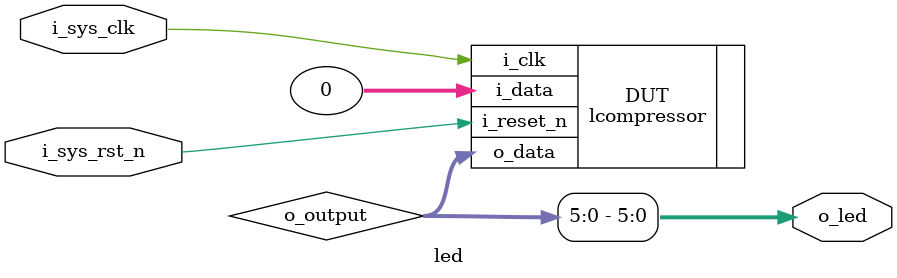
<source format=v>
module led (
    input   wire            i_sys_clk,          // clk input
    input   wire            i_sys_rst_n,        // reset input
    output  wire     [5:0]   o_led    // 6 LEDS pin
);

// module lcompressor(
//     input   wire    [0:0]   i_clk,
//     input   wire    [0:0]   i_reset_n,
//     input   wire    [7:0]   i_data,
//     output  reg     [7:0]   o_data
// );
wire [7:0] o_output;
lcompressor DUT(
    .i_clk(i_sys_clk),
    .i_reset_n(i_sys_rst_n),
    .i_data('h00),  // Example input data, modify as needed
    .o_data(o_output)   // Connect output to LED pins
);
assign o_led = o_output[5:0]; // Assign the first 6 bits to the LED output    

endmodule

</source>
